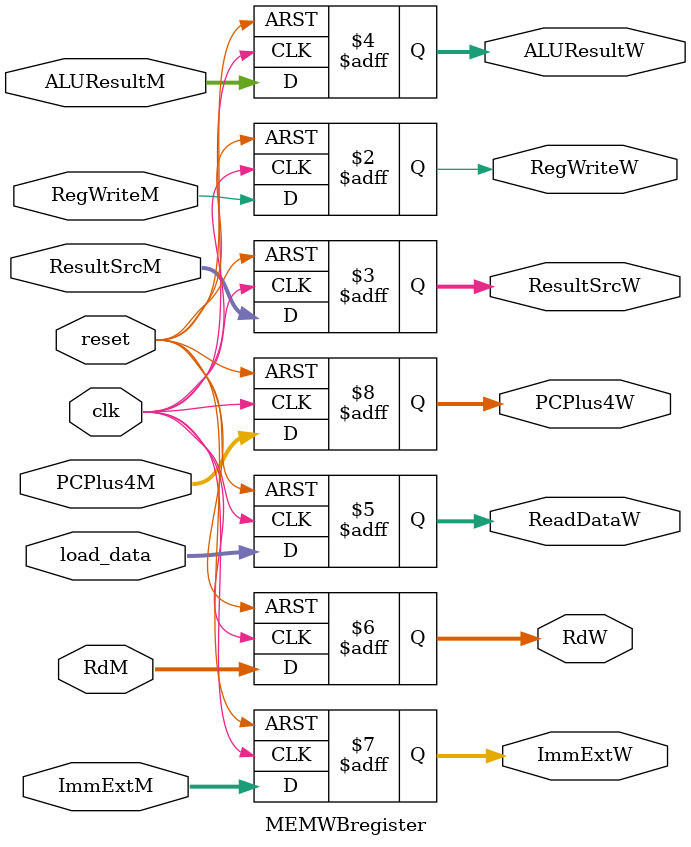
<source format=sv>
`timescale 1ns/1ps

module IFregister (
    
        input logic         clk,
        input logic         en,
        input logic         reset,
        input logic  [31:0] d,
        output logic [31:0] q
        
    );
    
    always_ff @(posedge clk or posedge reset) begin

        if (reset) q <= 32'b0;

        else if (en) q <= d;

        else q <= 32'b0;
        
    end

endmodule // IF stage register

module IFIDregister (
    
        input logic         clk,
        input logic         reset,
        input logic         en,
        input logic  [31:0] RD_instr,
        input logic  [31:0] PCF,
        input logic  [31:0] PCPlus4F,
        output logic [31:0] InstrD,
        output logic [31:0] PCD,
        output logic [31:0] PCPlus4D
        
    );
    
    always_ff @(posedge clk or posedge reset) begin

        if (reset) begin

            InstrD <= 32'b0;
            PCD <= 32'b0;
            PCPlus4D <= 32'b0;

        end

        else if (en) begin

            InstrD <= RD_instr;
            PCD <= PCF;
            PCPlus4D <= PCPlus4F;

        end
    
    end
    
endmodule // ID stage register

module IDEXregister (
    
        input logic         clk,
        input logic         reset,

        // ID stage controls signals
        input logic         RegWriteD,
        input logic [1:0]   ResultSrcD,
        input logic         MemWriteD,
        input logic         JumpD,
        input logic         BranchD,
        input logic [3:0]   ALUControlD,
        input logic         ALUSrcD,
        input logic         SrcAsrcD,
        input logic [2:0]   funct3D,
        input logic         jumpRegD,

        // EX stage control signals
        output logic        RegWriteE,
        output logic [1:0]  ResultSrcE,
        output logic        MemWriteE,
        output logic        JumpE,
        output logic        BranchE,
        output logic [3:0]  ALUControlE,
        output logic        ALUSrcE,
        output logic        SrcAsrcE,
        output logic [2:0]  funct3E,
        output logic        jumpRegE,

        // Datapath inputs & outputs
        input logic  [31:0] RD1,
        input logic  [31:0] RD2,
        input logic  [31:0] PCD,
        input logic  [4:0]  Rs1D,
        input logic  [4:0]  Rs2D,
        input logic  [4:0]  RdD,
        input logic  [31:0] ImmExtD,
        input logic  [31:0] PCPlus4D,

        output logic [31:0] RD1E,
        output logic [31:0] RD2E,
        output logic [31:0] PCE,
        output logic [4:0]  Rs1E,
        output logic [4:0]  Rs2E,
        output logic [4:0]  RdE,
        output logic [31:0] ImmExtE,
        output logic [31:0] PCPlus4E

);

    always_ff @(posedge clk or posedge reset) begin

        if (reset) begin

            RegWriteE <= 1'b0;
            ResultSrcE <= 2'b0;
            MemWriteE <= 1'b0;
            JumpE <= 1'b0;
            BranchE <= 1'b0;
            ALUControlE <= 4'b0;
            ALUSrcE <= 1'b0;
            SrcAsrcE <= 1'b0;
            funct3E <= 3'b0;
            jumpRegE <= 1'b0;


            RD1E <= 32'b0; RD2E <= 32'b0; PCE <= 32'b0;
            Rs1E <= 5'b0; Rs2E <= 5'b0; RdE <= 5'b0;
            ImmExtE <= 32'b0;
            PCPlus4E <= 32'b0;

        end
        
        else begin

            RegWriteE <= RegWriteD;
            ResultSrcE <= ResultSrcD;
            MemWriteE <= MemWriteD;
            JumpE <= JumpD;
            BranchE <= BranchD;
            ALUControlE <= ALUControlD;
            ALUSrcE <= ALUSrcD;
            SrcAsrcE <= SrcAsrcD;
            funct3E <= funct3D;
            jumpRegE <= jumpRegD;

            RD1E <= RD1; RD2E <= RD2; PCE <= PCD;
            Rs1E <= Rs1D; Rs2E <= Rs2D; RdE <= RdD;
            ImmExtE <= ImmExtD;
            PCPlus4E <= PCPlus4D;

        end

    end

endmodule

module EXMEMregister (
    
        input logic clk,
        input logic reset,

        // EX stage control signals
        input logic         RegWriteE,
        input logic  [1:0] ResultSrcE,
        input logic         MemWriteE,
        input logic  [2:0] funct3E,

        // MEM stage control signals
        output logic        RegWriteM,
        output logic [1:0]  ResultSrcM,
        output logic        MemWriteM,
        output logic [2:0]  funct3M,

        // datapath inputs & outputs
        input logic  [31:0] ALUResultE,
        input logic  [31:0] WriteDataE,
        input logic  [4:0]  RdE,
        input logic  [31:0] ImmExtE,
        input logic  [31:0] PCPlus4E,

        output logic [31:0] ALUResultM,
        output logic [31:0] WriteDataM,
        output logic [4:0]  RdM,
        output logic [31:0] ImmExtM,
        output logic [31:0] PCPlus4M

);

    always_ff @(posedge clk or posedge reset) begin

        if (reset) begin
            
            RegWriteM <= 1'b0;
            ResultSrcM <= 2'b0;
            MemWriteM <= 1'b0;
            funct3M <= 3'b0;

            ALUResultM <= 32'b0;
            WriteDataM <= 32'b0;
            RdM <= 5'b0;
            ImmExtM <= 32'b0;
            PCPlus4M <= 32'b0;

        end
        
        else begin

            RegWriteM <= RegWriteE;
            ResultSrcM <= ResultSrcE;
            MemWriteM <= MemWriteE;
            funct3M <= funct3E;

            ALUResultM <= ALUResultE;
            WriteDataM <= WriteDataE;
            RdM <= RdE;
            ImmExtM <= ImmExtE;
            PCPlus4M <= PCPlus4E;

        end

    end

endmodule

module MEMWBregister (
    
        input logic         clk,
        input logic         reset,

        // MEM stage control signals
        input logic         RegWriteM,
        input logic  [1:0]  ResultSrcM,

        // WB stage signals
        output logic        RegWriteW,
        output logic [1:0]  ResultSrcW,

        // datapath inputs & outputs
        input logic  [31:0] ALUResultM,
        input logic  [31:0] load_data,
        input logic  [4:0]  RdM,
        input logic  [31:0] ImmExtM,
        input logic  [31:0] PCPlus4M,

        output logic [31:0] ALUResultW,
        output logic [31:0] ReadDataW,
        output logic [4:0]  RdW,
        output logic [31:0] ImmExtW,
        output logic [31:0] PCPlus4W

);

    always_ff @(posedge clk or posedge reset) begin

        if (reset) begin
            
            RegWriteW <= 1'b0;
            ResultSrcW <= 2'b0;

            ALUResultW <= 32'b0;
            ReadDataW <= 32'b0;
            RdW <= 5'b0;
            ImmExtW <= 32'b0;
            PCPlus4W <= 32'b0;

        end
        
        else begin

            RegWriteW <= RegWriteM;
            ResultSrcW <= ResultSrcM;

            ALUResultW <= ALUResultM;
            ReadDataW <= load_data;
            RdW <= RdM;
            ImmExtW <= ImmExtM;
            PCPlus4W <= PCPlus4M;

        end

    end

endmodule
</source>
